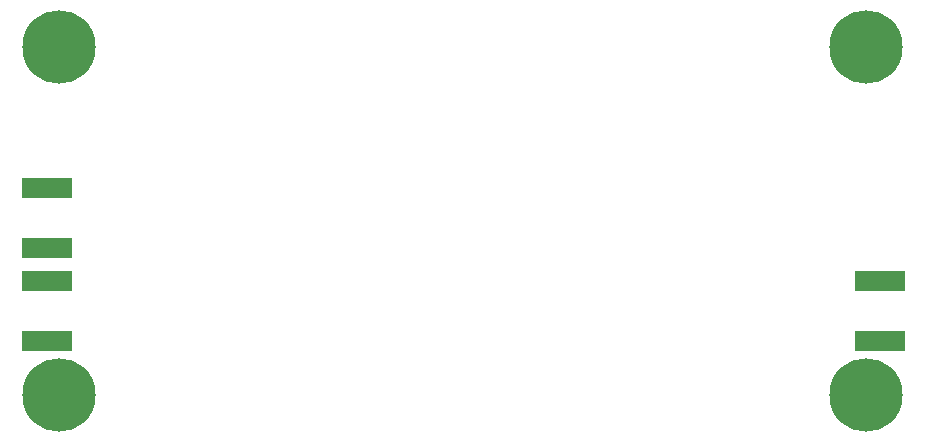
<source format=gbr>
G04 EAGLE Gerber RS-274X export*
G75*
%MOMM*%
%FSLAX34Y34*%
%LPD*%
%INSoldermask Bottom*%
%IPPOS*%
%AMOC8*
5,1,8,0,0,1.08239X$1,22.5*%
G01*
%ADD10R,4.263200X1.723200*%
%ADD11C,6.203200*%


D10*
X-59690Y495300D03*
X-59690Y444500D03*
X-59690Y574040D03*
X-59690Y523240D03*
X645160Y495300D03*
X645160Y444500D03*
D11*
X-49530Y398780D03*
X633730Y398780D03*
X633730Y693420D03*
X-49530Y693420D03*
M02*

</source>
